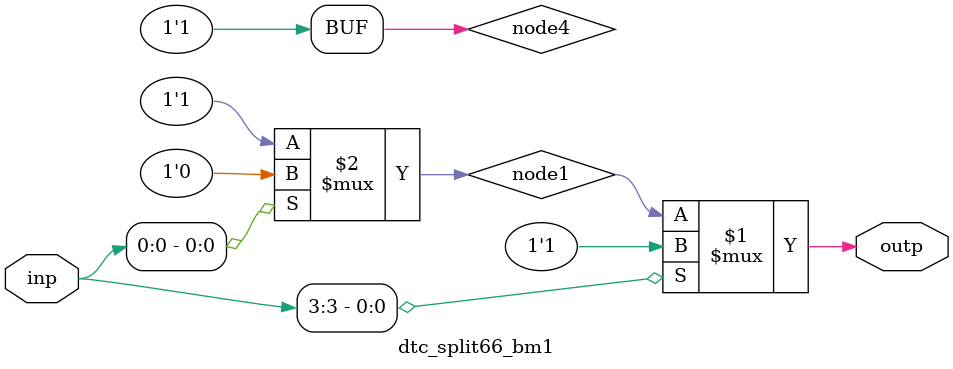
<source format=v>
module dtc_split66_bm1 (
	input  wire [6-1:0] inp,
	output wire [1-1:0] outp
);

	wire [1-1:0] node1;
	wire [1-1:0] node4;

	assign outp = (inp[3]) ? node4 : node1;
		assign node1 = (inp[0]) ? 1'b0 : 1'b1;
		assign node4 = (inp[1]) ? 1'b1 : 1'b1;

endmodule
</source>
